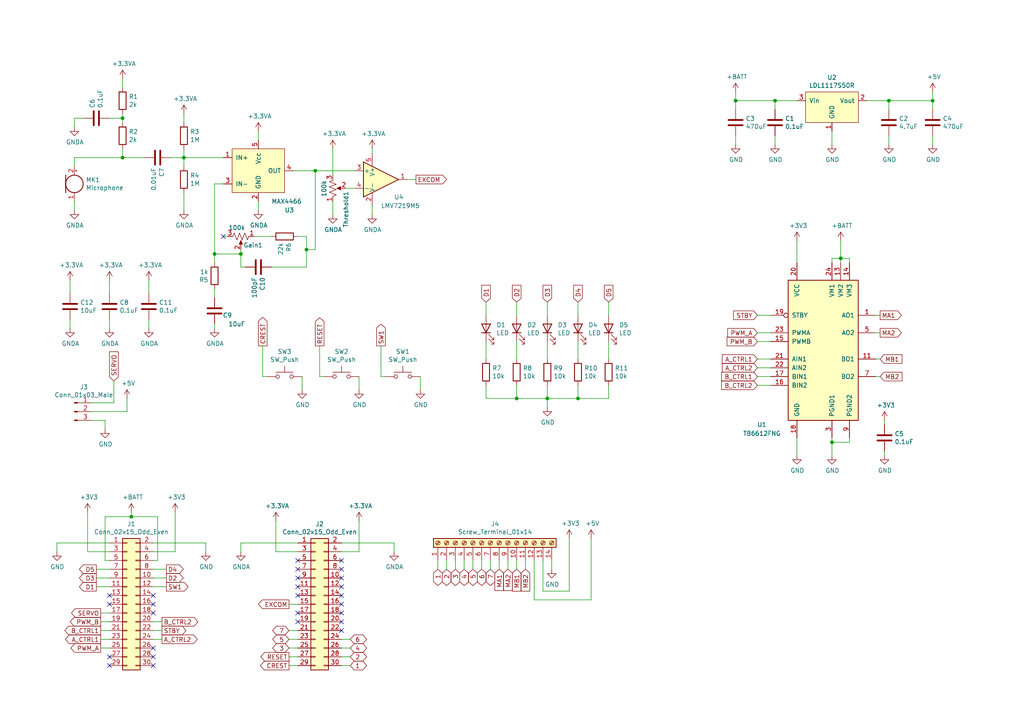
<source format=kicad_sch>
(kicad_sch (version 20231120) (generator "eeschema") (generator_version "8.0")
  (paper "A4")
  (lib_symbols
    (symbol "Comparator:LMV7219M5" (pin_names (offset 0.127))
      (property "Reference" "U" (at -1.27 6.35 0))
      (property "Value" "LMV7219M5" (at -1.27 3.81 0))
      (symbol "LMV7219M5_0_1"
        (pin power_in line (at -2.54 -7.62 90) (length 3.81) (name "V-") (number "2"))
        (pin power_in line (at -2.54 7.62 270) (length 3.81) (name "V+") (number "5"))
      )
      (symbol "LMV7219M5_1_1"
        (pin output line (at 7.62 0 180) (length 2.54) (name "~") (number "1"))
        (pin input line (at -7.62 2.54 0) (length 2.54) (name "+") (number "3"))
        (pin input line (at -7.62 -2.54 0) (length 2.54) (name "-") (number "4"))
      )
    )
    (symbol "Connector:Conn_01x03_Male" (pin_names (offset 1.016) hide)
      (property "Reference" "J" (at 0 5.08 0))
      (property "Value" "Conn_01x03_Male" (at 0 -5.08 0))
      (symbol "Conn_01x03_Male_1_1"
        (pin passive line (at 5.08 2.54 180) (length 3.81) (name "Pin_1") (number "1"))
        (pin passive line (at 5.08 0 180) (length 3.81) (name "Pin_2") (number "2"))
        (pin passive line (at 5.08 -2.54 180) (length 3.81) (name "Pin_3") (number "3"))
      )
    )
    (symbol "Connector:Screw_Terminal_01x14" (pin_names (offset 1.016) hide)
      (property "Reference" "J" (at 0 17.78 0))
      (property "Value" "Screw_Terminal_01x14" (at 0 -20.32 0))
      (symbol "Screw_Terminal_01x14_1_1"
        (pin passive line (at -5.08 15.24 0) (length 3.81) (name "Pin_1") (number "1"))
        (pin passive line (at -5.08 -7.62 0) (length 3.81) (name "Pin_10") (number "10"))
        (pin passive line (at -5.08 -10.16 0) (length 3.81) (name "Pin_11") (number "11"))
        (pin passive line (at -5.08 -12.7 0) (length 3.81) (name "Pin_12") (number "12"))
        (pin passive line (at -5.08 -15.24 0) (length 3.81) (name "Pin_13") (number "13"))
        (pin passive line (at -5.08 -17.78 0) (length 3.81) (name "Pin_14") (number "14"))
        (pin passive line (at -5.08 12.7 0) (length 3.81) (name "Pin_2") (number "2"))
        (pin passive line (at -5.08 10.16 0) (length 3.81) (name "Pin_3") (number "3"))
        (pin passive line (at -5.08 7.62 0) (length 3.81) (name "Pin_4") (number "4"))
        (pin passive line (at -5.08 5.08 0) (length 3.81) (name "Pin_5") (number "5"))
        (pin passive line (at -5.08 2.54 0) (length 3.81) (name "Pin_6") (number "6"))
        (pin passive line (at -5.08 0 0) (length 3.81) (name "Pin_7") (number "7"))
        (pin passive line (at -5.08 -2.54 0) (length 3.81) (name "Pin_8") (number "8"))
        (pin passive line (at -5.08 -5.08 0) (length 3.81) (name "Pin_9") (number "9"))
      )
    )
    (symbol "Connector_Generic:Conn_02x15_Odd_Even" (pin_names (offset 1.016) hide)
      (property "Reference" "J" (at 1.27 20.32 0))
      (property "Value" "Conn_02x15_Odd_Even" (at 1.27 -20.32 0))
      (symbol "Conn_02x15_Odd_Even_1_1"
        (pin passive line (at -5.08 17.78 0) (length 3.81) (name "Pin_1") (number "1"))
        (pin passive line (at 7.62 7.62 180) (length 3.81) (name "Pin_10") (number "10"))
        (pin passive line (at -5.08 5.08 0) (length 3.81) (name "Pin_11") (number "11"))
        (pin passive line (at 7.62 5.08 180) (length 3.81) (name "Pin_12") (number "12"))
        (pin passive line (at -5.08 2.54 0) (length 3.81) (name "Pin_13") (number "13"))
        (pin passive line (at 7.62 2.54 180) (length 3.81) (name "Pin_14") (number "14"))
        (pin passive line (at -5.08 0 0) (length 3.81) (name "Pin_15") (number "15"))
        (pin passive line (at 7.62 0 180) (length 3.81) (name "Pin_16") (number "16"))
        (pin passive line (at -5.08 -2.54 0) (length 3.81) (name "Pin_17") (number "17"))
        (pin passive line (at 7.62 -2.54 180) (length 3.81) (name "Pin_18") (number "18"))
        (pin passive line (at -5.08 -5.08 0) (length 3.81) (name "Pin_19") (number "19"))
        (pin passive line (at 7.62 17.78 180) (length 3.81) (name "Pin_2") (number "2"))
        (pin passive line (at 7.62 -5.08 180) (length 3.81) (name "Pin_20") (number "20"))
        (pin passive line (at -5.08 -7.62 0) (length 3.81) (name "Pin_21") (number "21"))
        (pin passive line (at 7.62 -7.62 180) (length 3.81) (name "Pin_22") (number "22"))
        (pin passive line (at -5.08 -10.16 0) (length 3.81) (name "Pin_23") (number "23"))
        (pin passive line (at 7.62 -10.16 180) (length 3.81) (name "Pin_24") (number "24"))
        (pin passive line (at -5.08 -12.7 0) (length 3.81) (name "Pin_25") (number "25"))
        (pin passive line (at 7.62 -12.7 180) (length 3.81) (name "Pin_26") (number "26"))
        (pin passive line (at -5.08 -15.24 0) (length 3.81) (name "Pin_27") (number "27"))
        (pin passive line (at 7.62 -15.24 180) (length 3.81) (name "Pin_28") (number "28"))
        (pin passive line (at -5.08 -17.78 0) (length 3.81) (name "Pin_29") (number "29"))
        (pin passive line (at -5.08 15.24 0) (length 3.81) (name "Pin_3") (number "3"))
        (pin passive line (at 7.62 -17.78 180) (length 3.81) (name "Pin_30") (number "30"))
        (pin passive line (at 7.62 15.24 180) (length 3.81) (name "Pin_4") (number "4"))
        (pin passive line (at -5.08 12.7 0) (length 3.81) (name "Pin_5") (number "5"))
        (pin passive line (at 7.62 12.7 180) (length 3.81) (name "Pin_6") (number "6"))
        (pin passive line (at -5.08 10.16 0) (length 3.81) (name "Pin_7") (number "7"))
        (pin passive line (at 7.62 10.16 180) (length 3.81) (name "Pin_8") (number "8"))
        (pin passive line (at -5.08 7.62 0) (length 3.81) (name "Pin_9") (number "9"))
      )
    )
    (symbol "Device:C" (pin_numbers hide) (pin_names (offset 0.254))
      (property "Reference" "C" (at 0.635 2.54 0))
      (property "Value" "C" (at 0.635 -2.54 0))
      (symbol "C_1_1"
        (pin passive line (at 0 3.81 270) (length 2.794) (name "~") (number "1"))
        (pin passive line (at 0 -3.81 90) (length 2.794) (name "~") (number "2"))
      )
    )
    (symbol "Device:LED" (pin_numbers hide) (pin_names (offset 1.016) hide)
      (property "Reference" "D" (at 0 2.54 0))
      (property "Value" "LED" (at 0 -2.54 0))
      (symbol "LED_1_1"
        (pin passive line (at -3.81 0 0) (length 2.54) (name "K") (number "1"))
        (pin passive line (at 3.81 0 180) (length 2.54) (name "A") (number "2"))
      )
    )
    (symbol "Device:Microphone" (pin_names (offset 0.0254) hide)
      (property "Reference" "MK" (at -3.81 1.27 0))
      (property "Value" "Microphone" (at -3.81 -0.635 0))
      (symbol "Microphone_1_1"
        (pin passive line (at 0 -5.08 90) (length 2.54) (name "-") (number "1"))
        (pin passive line (at 0 5.08 270) (length 2.54) (name "+") (number "2"))
      )
    )
    (symbol "Device:R" (pin_numbers hide) (pin_names (offset 0))
      (property "Reference" "R" (at 2.032 0 90))
      (property "Value" "R" (at 0 0 90))
      (symbol "R_1_1"
        (pin passive line (at 0 3.81 270) (length 1.27) (name "~") (number "1"))
        (pin passive line (at 0 -3.81 90) (length 1.27) (name "~") (number "2"))
      )
    )
    (symbol "Device:R_Potentiometer_US" (pin_names (offset 1.016) hide)
      (property "Reference" "RV" (at -4.445 0 90))
      (property "Value" "R_Potentiometer_US" (at -2.54 0 90))
      (symbol "R_Potentiometer_US_1_1"
        (pin passive line (at 0 3.81 270) (length 1.27) (name "1") (number "1"))
        (pin passive line (at 3.81 0 180) (length 1.27) (name "2") (number "2"))
        (pin passive line (at 0 -3.81 90) (length 1.27) (name "3") (number "3"))
      )
    )
    (symbol "Driver_Motor:TB6612FNG" (pin_names (offset 1.016))
      (property "Reference" "U" (at 11.43 17.78 0))
      (property "Value" "TB6612FNG" (at 11.43 15.24 0))
      (symbol "TB6612FNG_1_1"
        (pin output line (at 15.24 10.16 180) (length 5.08) (name "AO1") (number "1"))
        (pin passive line (at 7.62 -25.4 90) (length 5.08) hide (name "PGND2") (number "10"))
        (pin output line (at 15.24 -2.54 180) (length 5.08) (name "BO1") (number "11"))
        (pin passive line (at 15.24 -2.54 180) (length 5.08) hide (name "BO1") (number "12"))
        (pin power_in line (at 5.08 25.4 270) (length 5.08) (name "VM2") (number "13"))
        (pin power_in line (at 7.62 25.4 270) (length 5.08) (name "VM3") (number "14"))
        (pin input line (at -15.24 2.54 0) (length 5.08) (name "PWMB") (number "15"))
        (pin input line (at -15.24 -10.16 0) (length 5.08) (name "BIN2") (number "16"))
        (pin input line (at -15.24 -7.62 0) (length 5.08) (name "BIN1") (number "17"))
        (pin power_in line (at -7.62 -25.4 90) (length 5.08) (name "GND") (number "18"))
        (pin input inverted (at -15.24 10.16 0) (length 5.08) (name "STBY") (number "19"))
        (pin passive line (at 15.24 10.16 180) (length 5.08) hide (name "AO1") (number "2"))
        (pin power_in line (at -7.62 25.4 270) (length 5.08) (name "VCC") (number "20"))
        (pin input line (at -15.24 -2.54 0) (length 5.08) (name "AIN1") (number "21"))
        (pin input line (at -15.24 -5.08 0) (length 5.08) (name "AIN2") (number "22"))
        (pin input line (at -15.24 5.08 0) (length 5.08) (name "PWMA") (number "23"))
        (pin power_in line (at 2.54 25.4 270) (length 5.08) (name "VM1") (number "24"))
        (pin power_in line (at 2.54 -25.4 90) (length 5.08) (name "PGND1") (number "3"))
        (pin passive line (at 2.54 -25.4 90) (length 5.08) hide (name "PGND1") (number "4"))
        (pin output line (at 15.24 5.08 180) (length 5.08) (name "AO2") (number "5"))
        (pin passive line (at 15.24 5.08 180) (length 5.08) hide (name "AO2") (number "6"))
        (pin output line (at 15.24 -7.62 180) (length 5.08) (name "BO2") (number "7"))
        (pin passive line (at 15.24 -7.62 180) (length 5.08) hide (name "BO2") (number "8"))
        (pin power_in line (at 7.62 -25.4 90) (length 5.08) (name "PGND2") (number "9"))
      )
    )
    (symbol "Switch:SW_Push" (pin_numbers hide) (pin_names (offset 1.016) hide)
      (property "Reference" "SW" (at 1.27 2.54 0))
      (property "Value" "SW_Push" (at 0 -1.524 0))
      (symbol "SW_Push_0_1"
        (pin passive line (at -5.08 0 0) (length 2.54) (name "1") (number "1"))
        (pin passive line (at 5.08 0 180) (length 2.54) (name "2") (number "2"))
      )
    )
    (symbol "daughter:LDL1117S50R" (pin_names (offset 1.016))
      (property "Reference" "U" (at 0 7.62 0))
      (property "Value" "LDL1117S50R" (at 0 5.08 0))
      (symbol "LDL1117S50R_1_1"
        (pin power_in line (at 0 -8.89 90) (length 2.54) (name "GND") (number "1"))
        (pin power_out line (at 10.16 0 180) (length 2.54) (name "Vout") (number "2"))
        (pin power_in line (at -10.16 0 0) (length 2.54) (name "Vin") (number "3"))
      )
    )
    (symbol "daughter:MAX4466" (pin_names (offset 1.016))
      (property "Reference" "U" (at 6.35 -11.43 0))
      (property "Value" "MAX4466" (at 6.35 -8.89 0))
      (symbol "MAX4466_1_1"
        (pin input line (at -10.16 3.81 0) (length 2.54) (name "IN+") (number "1"))
        (pin power_in line (at 0 -8.89 90) (length 2.54) (name "GND") (number "2"))
        (pin input line (at -10.16 -3.81 0) (length 2.54) (name "IN-") (number "3"))
        (pin output line (at 10.16 0 180) (length 2.54) (name "OUT") (number "4"))
        (pin power_in line (at 0 8.89 270) (length 2.54) (name "Vcc") (number "5"))
      )
    )
    (symbol "power:+3.3V" (power) (pin_names (offset 0))
      (property "Value" "+3.3V" (at 0 3.556 0))
      (symbol "+3.3V_1_1"
        (pin power_in line (at 0 0 90) (length 0) hide (name "+3V3") (number "1"))
      )
    )
    (symbol "power:+3.3VA" (power) (pin_names (offset 0))
      (property "Value" "+3.3VA" (at 0 3.556 0))
      (symbol "+3.3VA_1_1"
        (pin power_in line (at 0 0 90) (length 0) hide (name "+3.3VA") (number "1"))
      )
    )
    (symbol "power:+5V" (power) (pin_names (offset 0))
      (property "Value" "+5V" (at 0 3.556 0))
      (symbol "+5V_1_1"
        (pin power_in line (at 0 0 90) (length 0) hide (name "+5V") (number "1"))
      )
    )
    (symbol "power:+BATT" (power) (pin_names (offset 0))
      (property "Value" "+BATT" (at 0 3.556 0))
      (symbol "+BATT_1_1"
        (pin power_in line (at 0 0 90) (length 0) hide (name "+BATT") (number "1"))
      )
    )
    (symbol "power:GND" (power) (pin_names (offset 0))
      (property "Value" "GND" (at 0 -3.81 0))
      (symbol "GND_1_1"
        (pin power_in line (at 0 0 270) (length 0) hide (name "GND") (number "1"))
      )
    )
    (symbol "power:GNDA" (power) (pin_names (offset 0))
      (property "Value" "GNDA" (at 0 -3.81 0))
      (symbol "GNDA_1_1"
        (pin power_in line (at 0 0 270) (length 0) hide (name "GNDA") (number "1"))
      )
    )
  )
  (junction (at 241.3 128.27))
  (junction (at 167.64 115.57))
  (junction (at 243.84 74.93))
  (junction (at 158.75 115.57))
  (junction (at 224.79 29.21))
  (junction (at 38.1 149.86))
  (junction (at 91.44 49.53))
  (junction (at 88.9 72.39))
  (junction (at 53.34 45.72))
  (junction (at 62.23 73.66))
  (junction (at 35.56 34.29))
  (junction (at 270.51 29.21))
  (junction (at 35.56 45.72))
  (junction (at 213.36 29.21))
  (junction (at 257.81 29.21))
  (junction (at 149.86 115.57))
  (junction (at 69.85 73.66))
  (no_connect (at 44.45 193.04))
  (no_connect (at 31.75 193.04))
  (no_connect (at 31.75 190.5))
  (no_connect (at 31.75 175.26))
  (no_connect (at 31.75 172.72))
  (no_connect (at 64.77 68.58))
  (no_connect (at 44.45 190.5))
  (no_connect (at 44.45 177.8))
  (no_connect (at 44.45 187.96))
  (no_connect (at 44.45 172.72))
  (no_connect (at 44.45 175.26))
  (no_connect (at 86.36 172.72))
  (no_connect (at 86.36 170.18))
  (no_connect (at 86.36 177.8))
  (no_connect (at 86.36 180.34))
  (no_connect (at 99.06 162.56))
  (no_connect (at 86.36 162.56))
  (no_connect (at 86.36 165.1))
  (no_connect (at 86.36 167.64))
  (no_connect (at 99.06 182.88))
  (no_connect (at 99.06 180.34))
  (no_connect (at 99.06 177.8))
  (no_connect (at 99.06 175.26))
  (no_connect (at 99.06 172.72))
  (no_connect (at 99.06 170.18))
  (no_connect (at 99.06 167.64))
  (no_connect (at 99.06 165.1))
  (wire (pts (xy 73.66 68.58) (xy 78.74 68.58)))
  (wire (pts (xy 25.4 160.02) (xy 31.75 160.02)))
  (wire (pts (xy 87.63 109.22) (xy 87.63 113.03)))
  (wire (pts (xy 171.45 173.99) (xy 154.94 173.99)))
  (wire (pts (xy 53.34 48.26) (xy 53.34 45.72)))
  (wire (pts (xy 29.21 182.88) (xy 31.75 182.88)))
  (wire (pts (xy 50.8 160.02) (xy 50.8 148.59)))
  (wire (pts (xy 88.9 77.47) (xy 78.74 77.47)))
  (wire (pts (xy 62.23 73.66) (xy 62.23 53.34)))
  (wire (pts (xy 219.71 106.68) (xy 223.52 106.68)))
  (wire (pts (xy 241.3 128.27) (xy 246.38 128.27)))
  (wire (pts (xy 62.23 53.34) (xy 64.77 53.34)))
  (wire (pts (xy 31.75 95.25) (xy 31.75 92.71)))
  (wire (pts (xy 256.54 130.81) (xy 256.54 132.08)))
  (wire (pts (xy 243.84 76.2) (xy 243.84 74.93)))
  (wire (pts (xy 91.44 72.39) (xy 88.9 72.39)))
  (wire (pts (xy 74.93 58.42) (xy 74.93 60.96)))
  (wire (pts (xy 107.95 59.69) (xy 107.95 62.23)))
  (wire (pts (xy 270.51 29.21) (xy 270.51 31.75)))
  (wire (pts (xy 80.01 151.13) (xy 80.01 160.02)))
  (wire (pts (xy 246.38 74.93) (xy 246.38 76.2)))
  (wire (pts (xy 69.85 157.48) (xy 69.85 160.02)))
  (wire (pts (xy 83.82 182.88) (xy 86.36 182.88)))
  (wire (pts (xy 69.85 73.66) (xy 62.23 73.66)))
  (wire (pts (xy 83.82 193.04) (xy 86.36 193.04)))
  (wire (pts (xy 149.86 165.1) (xy 149.86 162.56)))
  (wire (pts (xy 62.23 83.82) (xy 62.23 86.36)))
  (wire (pts (xy 144.78 165.1) (xy 144.78 162.56)))
  (wire (pts (xy 76.2 109.22) (xy 77.47 109.22)))
  (wire (pts (xy 149.86 99.06) (xy 149.86 104.14)))
  (wire (pts (xy 96.52 58.42) (xy 96.52 62.23)))
  (wire (pts (xy 46.99 182.88) (xy 44.45 182.88)))
  (wire (pts (xy 86.36 68.58) (xy 88.9 68.58)))
  (wire (pts (xy 158.75 111.76) (xy 158.75 115.57)))
  (wire (pts (xy 158.75 115.57) (xy 167.64 115.57)))
  (wire (pts (xy 101.6 185.42) (xy 99.06 185.42)))
  (wire (pts (xy 48.26 165.1) (xy 44.45 165.1)))
  (wire (pts (xy 110.49 109.22) (xy 111.76 109.22)))
  (wire (pts (xy 147.32 165.1) (xy 147.32 162.56)))
  (wire (pts (xy 139.7 165.1) (xy 139.7 162.56)))
  (wire (pts (xy 48.26 170.18) (xy 44.45 170.18)))
  (wire (pts (xy 107.95 43.18) (xy 107.95 44.45)))
  (wire (pts (xy 29.21 187.96) (xy 31.75 187.96)))
  (wire (pts (xy 83.82 190.5) (xy 86.36 190.5)))
  (wire (pts (xy 38.1 149.86) (xy 45.72 149.86)))
  (wire (pts (xy 33.02 116.84) (xy 26.67 116.84)))
  (wire (pts (xy 241.3 76.2) (xy 241.3 74.93)))
  (wire (pts (xy 255.27 96.52) (xy 254 96.52)))
  (wire (pts (xy 86.36 157.48) (xy 69.85 157.48)))
  (wire (pts (xy 255.27 104.14) (xy 254 104.14)))
  (wire (pts (xy 213.36 26.67) (xy 213.36 29.21)))
  (wire (pts (xy 243.84 69.85) (xy 243.84 74.93)))
  (wire (pts (xy 36.83 119.38) (xy 36.83 115.57)))
  (wire (pts (xy 26.67 119.38) (xy 36.83 119.38)))
  (wire (pts (xy 29.21 185.42) (xy 31.75 185.42)))
  (wire (pts (xy 157.48 171.45) (xy 157.48 162.56)))
  (wire (pts (xy 21.59 36.83) (xy 21.59 34.29)))
  (wire (pts (xy 231.14 69.85) (xy 231.14 76.2)))
  (wire (pts (xy 165.1 171.45) (xy 157.48 171.45)))
  (wire (pts (xy 142.24 165.1) (xy 142.24 162.56)))
  (wire (pts (xy 64.77 45.72) (xy 53.34 45.72)))
  (wire (pts (xy 30.48 149.86) (xy 38.1 149.86)))
  (wire (pts (xy 171.45 156.21) (xy 171.45 173.99)))
  (wire (pts (xy 27.94 167.64) (xy 31.75 167.64)))
  (wire (pts (xy 100.33 54.61) (xy 102.87 54.61)))
  (wire (pts (xy 176.53 87.63) (xy 176.53 91.44)))
  (wire (pts (xy 20.32 95.25) (xy 20.32 92.71)))
  (wire (pts (xy 91.44 49.53) (xy 102.87 49.53)))
  (wire (pts (xy 43.18 95.25) (xy 43.18 92.71)))
  (wire (pts (xy 35.56 45.72) (xy 35.56 43.18)))
  (wire (pts (xy 96.52 50.8) (xy 96.52 43.18)))
  (wire (pts (xy 213.36 31.75) (xy 213.36 29.21)))
  (wire (pts (xy 21.59 34.29) (xy 24.13 34.29)))
  (wire (pts (xy 241.3 41.91) (xy 241.3 38.1)))
  (wire (pts (xy 85.09 49.53) (xy 91.44 49.53)))
  (wire (pts (xy 21.59 45.72) (xy 21.59 48.26)))
  (wire (pts (xy 46.99 180.34) (xy 44.45 180.34)))
  (wire (pts (xy 167.64 115.57) (xy 176.53 115.57)))
  (wire (pts (xy 53.34 60.96) (xy 53.34 55.88)))
  (wire (pts (xy 48.26 167.64) (xy 44.45 167.64)))
  (wire (pts (xy 83.82 175.26) (xy 86.36 175.26)))
  (wire (pts (xy 69.85 77.47) (xy 69.85 73.66)))
  (wire (pts (xy 101.6 187.96) (xy 99.06 187.96)))
  (wire (pts (xy 149.86 87.63) (xy 149.86 91.44)))
  (wire (pts (xy 270.51 26.67) (xy 270.51 29.21)))
  (wire (pts (xy 29.21 180.34) (xy 31.75 180.34)))
  (wire (pts (xy 165.1 156.21) (xy 165.1 171.45)))
  (wire (pts (xy 149.86 111.76) (xy 149.86 115.57)))
  (wire (pts (xy 83.82 185.42) (xy 86.36 185.42)))
  (wire (pts (xy 255.27 91.44) (xy 254 91.44)))
  (wire (pts (xy 219.71 99.06) (xy 223.52 99.06)))
  (wire (pts (xy 99.06 157.48) (xy 114.3 157.48)))
  (wire (pts (xy 30.48 162.56) (xy 30.48 149.86)))
  (wire (pts (xy 158.75 99.06) (xy 158.75 104.14)))
  (wire (pts (xy 101.6 193.04) (xy 99.06 193.04)))
  (wire (pts (xy 41.91 45.72) (xy 35.56 45.72)))
  (wire (pts (xy 27.94 165.1) (xy 31.75 165.1)))
  (wire (pts (xy 88.9 72.39) (xy 88.9 77.47)))
  (wire (pts (xy 44.45 160.02) (xy 50.8 160.02)))
  (wire (pts (xy 35.56 35.56) (xy 35.56 34.29)))
  (wire (pts (xy 53.34 33.02) (xy 53.34 35.56)))
  (wire (pts (xy 140.97 115.57) (xy 149.86 115.57)))
  (wire (pts (xy 92.71 100.33) (xy 92.71 109.22)))
  (wire (pts (xy 257.81 41.91) (xy 257.81 39.37)))
  (wire (pts (xy 31.75 34.29) (xy 35.56 34.29)))
  (wire (pts (xy 140.97 87.63) (xy 140.97 91.44)))
  (wire (pts (xy 20.32 81.28) (xy 20.32 85.09)))
  (wire (pts (xy 213.36 29.21) (xy 224.79 29.21)))
  (wire (pts (xy 91.44 49.53) (xy 91.44 72.39)))
  (wire (pts (xy 27.94 170.18) (xy 31.75 170.18)))
  (wire (pts (xy 243.84 74.93) (xy 246.38 74.93)))
  (wire (pts (xy 53.34 45.72) (xy 53.34 43.18)))
  (wire (pts (xy 246.38 128.27) (xy 246.38 127)))
  (wire (pts (xy 158.75 87.63) (xy 158.75 91.44)))
  (wire (pts (xy 167.64 111.76) (xy 167.64 115.57)))
  (wire (pts (xy 167.64 99.06) (xy 167.64 104.14)))
  (wire (pts (xy 241.3 74.93) (xy 243.84 74.93)))
  (wire (pts (xy 38.1 148.59) (xy 38.1 149.86)))
  (wire (pts (xy 158.75 118.11) (xy 158.75 115.57)))
  (wire (pts (xy 152.4 165.1) (xy 152.4 162.56)))
  (wire (pts (xy 16.51 157.48) (xy 16.51 160.02)))
  (wire (pts (xy 219.71 111.76) (xy 223.52 111.76)))
  (wire (pts (xy 154.94 173.99) (xy 154.94 162.56)))
  (wire (pts (xy 69.85 72.39) (xy 69.85 73.66)))
  (wire (pts (xy 80.01 160.02) (xy 86.36 160.02)))
  (wire (pts (xy 35.56 34.29) (xy 35.56 33.02)))
  (wire (pts (xy 45.72 162.56) (xy 44.45 162.56)))
  (wire (pts (xy 29.21 177.8) (xy 31.75 177.8)))
  (wire (pts (xy 137.16 165.1) (xy 137.16 162.56)))
  (wire (pts (xy 140.97 111.76) (xy 140.97 115.57)))
  (wire (pts (xy 219.71 109.22) (xy 223.52 109.22)))
  (wire (pts (xy 83.82 187.96) (xy 86.36 187.96)))
  (wire (pts (xy 46.99 185.42) (xy 44.45 185.42)))
  (wire (pts (xy 33.02 110.49) (xy 33.02 116.84)))
  (wire (pts (xy 270.51 39.37) (xy 270.51 41.91)))
  (wire (pts (xy 149.86 115.57) (xy 158.75 115.57)))
  (wire (pts (xy 251.46 29.21) (xy 257.81 29.21)))
  (wire (pts (xy 224.79 29.21) (xy 231.14 29.21)))
  (wire (pts (xy 21.59 60.96) (xy 21.59 58.42)))
  (wire (pts (xy 224.79 41.91) (xy 224.79 39.37)))
  (wire (pts (xy 219.71 96.52) (xy 223.52 96.52)))
  (wire (pts (xy 127 162.56) (xy 127 165.1)))
  (wire (pts (xy 35.56 22.86) (xy 35.56 25.4)))
  (wire (pts (xy 241.3 132.08) (xy 241.3 128.27)))
  (wire (pts (xy 167.64 87.63) (xy 167.64 91.44)))
  (wire (pts (xy 104.14 109.22) (xy 104.14 113.03)))
  (wire (pts (xy 257.81 29.21) (xy 270.51 29.21)))
  (wire (pts (xy 76.2 100.33) (xy 76.2 109.22)))
  (wire (pts (xy 44.45 157.48) (xy 59.69 157.48)))
  (wire (pts (xy 114.3 157.48) (xy 114.3 160.02)))
  (wire (pts (xy 219.71 104.14) (xy 223.52 104.14)))
  (wire (pts (xy 88.9 68.58) (xy 88.9 72.39)))
  (wire (pts (xy 256.54 121.92) (xy 256.54 123.19)))
  (wire (pts (xy 176.53 99.06) (xy 176.53 104.14)))
  (wire (pts (xy 31.75 81.28) (xy 31.75 85.09)))
  (wire (pts (xy 129.54 165.1) (xy 129.54 162.56)))
  (wire (pts (xy 49.53 45.72) (xy 53.34 45.72)))
  (wire (pts (xy 134.62 165.1) (xy 134.62 162.56)))
  (wire (pts (xy 26.67 121.92) (xy 30.48 121.92)))
  (wire (pts (xy 120.65 52.07) (xy 118.11 52.07)))
  (wire (pts (xy 219.71 91.44) (xy 223.52 91.44)))
  (wire (pts (xy 43.18 81.28) (xy 43.18 85.09)))
  (wire (pts (xy 231.14 132.08) (xy 231.14 127)))
  (wire (pts (xy 104.14 160.02) (xy 104.14 151.13)))
  (wire (pts (xy 176.53 111.76) (xy 176.53 115.57)))
  (wire (pts (xy 30.48 121.92) (xy 30.48 124.46)))
  (wire (pts (xy 257.81 29.21) (xy 257.81 31.75)))
  (wire (pts (xy 74.93 38.1) (xy 74.93 40.64)))
  (wire (pts (xy 62.23 73.66) (xy 62.23 76.2)))
  (wire (pts (xy 132.08 165.1) (xy 132.08 162.56)))
  (wire (pts (xy 16.51 157.48) (xy 31.75 157.48)))
  (wire (pts (xy 71.12 77.47) (xy 69.85 77.47)))
  (wire (pts (xy 224.79 31.75) (xy 224.79 29.21)))
  (wire (pts (xy 64.77 68.58) (xy 66.04 68.58)))
  (wire (pts (xy 25.4 148.59) (xy 25.4 160.02)))
  (wire (pts (xy 241.3 128.27) (xy 241.3 127)))
  (wire (pts (xy 59.69 157.48) (xy 59.69 160.02)))
  (wire (pts (xy 160.02 162.56) (xy 160.02 165.1)))
  (wire (pts (xy 99.06 160.02) (xy 104.14 160.02)))
  (wire (pts (xy 62.23 93.98) (xy 62.23 95.25)))
  (wire (pts (xy 213.36 39.37) (xy 213.36 41.91)))
  (wire (pts (xy 92.71 109.22) (xy 93.98 109.22)))
  (wire (pts (xy 140.97 99.06) (xy 140.97 104.14)))
  (wire (pts (xy 101.6 190.5) (xy 99.06 190.5)))
  (wire (pts (xy 255.27 109.22) (xy 254 109.22)))
  (wire (pts (xy 35.56 45.72) (xy 21.59 45.72)))
  (wire (pts (xy 31.75 162.56) (xy 30.48 162.56)))
  (wire (pts (xy 110.49 100.33) (xy 110.49 109.22)))
  (wire (pts (xy 121.92 109.22) (xy 121.92 113.03)))
  (wire (pts (xy 45.72 149.86) (xy 45.72 162.56)))
  (global_label "A_CTRL2" (shape input) (at 219.71 106.68 180) (property "Intersheetrefs" "${INTERSHEET_REFS}" (effects (hide yes))))
  (global_label "MB1" (shape input) (at 255.27 104.14 0) (property "Intersheetrefs" "${INTERSHEET_REFS}" (effects (hide yes))))
  (global_label "SW1" (shape output) (at 110.49 100.33 90) (property "Intersheetrefs" "${INTERSHEET_REFS}" (effects (hide yes))))
  (global_label "A_CTRL1" (shape input) (at 219.71 104.14 180) (property "Intersheetrefs" "${INTERSHEET_REFS}" (effects (hide yes))))
  (global_label "D5" (shape output) (at 27.94 165.1 180) (property "Intersheetrefs" "${INTERSHEET_REFS}" (effects (hide yes))))
  (global_label "A_CTRL2" (shape output) (at 46.99 185.42 0) (property "Intersheetrefs" "${INTERSHEET_REFS}" (effects (hide yes))))
  (global_label "PWM_B" (shape output) (at 29.21 180.34 180) (property "Intersheetrefs" "${INTERSHEET_REFS}" (effects (hide yes))))
  (global_label "CREST" (shape output) (at 83.82 193.04 180) (property "Intersheetrefs" "${INTERSHEET_REFS}" (effects (hide yes))))
  (global_label "PWM_A" (shape output) (at 29.21 187.96 180) (property "Intersheetrefs" "${INTERSHEET_REFS}" (effects (hide yes))))
  (global_label "B_CTRL2" (shape output) (at 46.99 180.34 0) (property "Intersheetrefs" "${INTERSHEET_REFS}" (effects (hide yes))))
  (global_label "7" (shape bidirectional) (at 83.82 182.88 180) (property "Intersheetrefs" "${INTERSHEET_REFS}" (effects (hide yes))))
  (global_label "PWM_A" (shape input) (at 219.71 96.52 180) (property "Intersheetrefs" "${INTERSHEET_REFS}" (effects (hide yes))))
  (global_label "A_CTRL1" (shape output) (at 29.21 185.42 180) (property "Intersheetrefs" "${INTERSHEET_REFS}" (effects (hide yes))))
  (global_label "SERVO" (shape output) (at 29.21 177.8 180) (property "Intersheetrefs" "${INTERSHEET_REFS}" (effects (hide yes))))
  (global_label "MB2" (shape input) (at 152.4 165.1 270) (property "Intersheetrefs" "${INTERSHEET_REFS}" (effects (hide yes))))
  (global_label "D3" (shape input) (at 158.75 87.63 90) (property "Intersheetrefs" "${INTERSHEET_REFS}" (effects (hide yes))))
  (global_label "B_CTRL1" (shape input) (at 219.71 109.22 180) (property "Intersheetrefs" "${INTERSHEET_REFS}" (effects (hide yes))))
  (global_label "D3" (shape output) (at 27.94 167.64 180) (property "Intersheetrefs" "${INTERSHEET_REFS}" (effects (hide yes))))
  (global_label "MA1" (shape output) (at 255.27 91.44 0) (property "Intersheetrefs" "${INTERSHEET_REFS}" (effects (hide yes))))
  (global_label "6" (shape bidirectional) (at 101.6 185.42 0) (property "Intersheetrefs" "${INTERSHEET_REFS}" (effects (hide yes))))
  (global_label "4" (shape bidirectional) (at 101.6 187.96 0) (property "Intersheetrefs" "${INTERSHEET_REFS}" (effects (hide yes))))
  (global_label "4" (shape bidirectional) (at 134.62 165.1 270) (property "Intersheetrefs" "${INTERSHEET_REFS}" (effects (hide yes))))
  (global_label "D2" (shape input) (at 149.86 87.63 90) (property "Intersheetrefs" "${INTERSHEET_REFS}" (effects (hide yes))))
  (global_label "STBY" (shape input) (at 219.71 91.44 180) (property "Intersheetrefs" "${INTERSHEET_REFS}" (effects (hide yes))))
  (global_label "1" (shape bidirectional) (at 127 165.1 270) (property "Intersheetrefs" "${INTERSHEET_REFS}" (effects (hide yes))))
  (global_label "D2" (shape output) (at 48.26 167.64 0) (property "Intersheetrefs" "${INTERSHEET_REFS}" (effects (hide yes))))
  (global_label "PWM_B" (shape input) (at 219.71 99.06 180) (property "Intersheetrefs" "${INTERSHEET_REFS}" (effects (hide yes))))
  (global_label "D5" (shape input) (at 176.53 87.63 90) (property "Intersheetrefs" "${INTERSHEET_REFS}" (effects (hide yes))))
  (global_label "2" (shape bidirectional) (at 101.6 190.5 0) (property "Intersheetrefs" "${INTERSHEET_REFS}" (effects (hide yes))))
  (global_label "EXCOM" (shape output) (at 120.65 52.07 0) (property "Intersheetrefs" "${INTERSHEET_REFS}" (effects (hide yes))))
  (global_label "MB2" (shape input) (at 255.27 109.22 0) (property "Intersheetrefs" "${INTERSHEET_REFS}" (effects (hide yes))))
  (global_label "MA2" (shape output) (at 255.27 96.52 0) (property "Intersheetrefs" "${INTERSHEET_REFS}" (effects (hide yes))))
  (global_label "MA2" (shape input) (at 147.32 165.1 270) (property "Intersheetrefs" "${INTERSHEET_REFS}" (effects (hide yes))))
  (global_label "D4" (shape input) (at 167.64 87.63 90) (property "Intersheetrefs" "${INTERSHEET_REFS}" (effects (hide yes))))
  (global_label "STBY" (shape output) (at 46.99 182.88 0) (property "Intersheetrefs" "${INTERSHEET_REFS}" (effects (hide yes))))
  (global_label "RESET" (shape output) (at 92.71 100.33 90) (property "Intersheetrefs" "${INTERSHEET_REFS}" (effects (hide yes))))
  (global_label "RESET" (shape output) (at 83.82 190.5 180) (property "Intersheetrefs" "${INTERSHEET_REFS}" (effects (hide yes))))
  (global_label "6" (shape bidirectional) (at 139.7 165.1 270) (property "Intersheetrefs" "${INTERSHEET_REFS}" (effects (hide yes))))
  (global_label "D4" (shape output) (at 48.26 165.1 0) (property "Intersheetrefs" "${INTERSHEET_REFS}" (effects (hide yes))))
  (global_label "7" (shape bidirectional) (at 142.24 165.1 270) (property "Intersheetrefs" "${INTERSHEET_REFS}" (effects (hide yes))))
  (global_label "5" (shape bidirectional) (at 83.82 185.42 180) (property "Intersheetrefs" "${INTERSHEET_REFS}" (effects (hide yes))))
  (global_label "EXCOM" (shape output) (at 83.82 175.26 180) (property "Intersheetrefs" "${INTERSHEET_REFS}" (effects (hide yes))))
  (global_label "B_CTRL2" (shape input) (at 219.71 111.76 180) (property "Intersheetrefs" "${INTERSHEET_REFS}" (effects (hide yes))))
  (global_label "5" (shape bidirectional) (at 137.16 165.1 270) (property "Intersheetrefs" "${INTERSHEET_REFS}" (effects (hide yes))))
  (global_label "SW1" (shape output) (at 48.26 170.18 0) (property "Intersheetrefs" "${INTERSHEET_REFS}" (effects (hide yes))))
  (global_label "D1" (shape output) (at 27.94 170.18 180) (property "Intersheetrefs" "${INTERSHEET_REFS}" (effects (hide yes))))
  (global_label "D1" (shape input) (at 140.97 87.63 90) (property "Intersheetrefs" "${INTERSHEET_REFS}" (effects (hide yes))))
  (global_label "1" (shape bidirectional) (at 101.6 193.04 0) (property "Intersheetrefs" "${INTERSHEET_REFS}" (effects (hide yes))))
  (global_label "SERVO" (shape input) (at 33.02 110.49 90) (property "Intersheetrefs" "${INTERSHEET_REFS}" (effects (hide yes))))
  (global_label "MA1" (shape input) (at 144.78 165.1 270) (property "Intersheetrefs" "${INTERSHEET_REFS}" (effects (hide yes))))
  (global_label "3" (shape bidirectional) (at 132.08 165.1 270) (property "Intersheetrefs" "${INTERSHEET_REFS}" (effects (hide yes))))
  (global_label "B_CTRL1" (shape output) (at 29.21 182.88 180) (property "Intersheetrefs" "${INTERSHEET_REFS}" (effects (hide yes))))
  (global_label "3" (shape bidirectional) (at 83.82 187.96 180) (property "Intersheetrefs" "${INTERSHEET_REFS}" (effects (hide yes))))
  (global_label "2" (shape bidirectional) (at 129.54 165.1 270) (property "Intersheetrefs" "${INTERSHEET_REFS}" (effects (hide yes))))
  (global_label "MB1" (shape input) (at 149.86 165.1 270) (property "Intersheetrefs" "${INTERSHEET_REFS}" (effects (hide yes))))
  (global_label "CREST" (shape output) (at 76.2 100.33 90) (property "Intersheetrefs" "${INTERSHEET_REFS}" (effects (hide yes))))
  (symbol (lib_id "Driver_Motor:TB6612FNG") (at 238.76 101.6 0) (unit 1)
    (property "Reference" "U1" (at 220.98 123.19 0))
    (property "Value" "TB6612FNG" (at 220.98 125.73 0))
    (property "Footprint" "Package_SO:SSOP-24_5.3x8.2mm_P0.65mm" (effects (hide yes)))
    (property "Datasheet" "https://toshiba.semicon-storage.com/us/product/linear/motordriver/detail.TB6612FNG.html" (effects (hide yes)))
  )
  (symbol (lib_id "power:GND") (at 231.14 132.08 0) (unit 1)
    (property "Reference" "#PWR0101" (effects (hide yes)))
    (property "Value" "GND" (at 231.267 136.4742 0))
  )
  (symbol (lib_id "power:GND") (at 241.3 132.08 0) (unit 1)
    (property "Reference" "#PWR0102" (effects (hide yes)))
    (property "Value" "GND" (at 241.427 136.4742 0))
  )
  (symbol (lib_id "power:+BATT") (at 243.84 69.85 0) (unit 1)
    (property "Reference" "#PWR0103" (effects (hide yes)))
    (property "Value" "+BATT" (at 244.221 65.4558 0))
  )
  (symbol (lib_id "power:+3.3V") (at 231.14 69.85 0) (unit 1)
    (property "Reference" "#PWR0104" (effects (hide yes)))
    (property "Value" "+3V3" (at 231.521 65.4558 0))
  )
  (symbol (lib_id "Connector_Generic:Conn_02x15_Odd_Even") (at 36.83 175.26 0) (unit 1)
    (property "Reference" "J1" (at 38.1 151.9682 0))
    (property "Value" "Conn_02x15_Odd_Even" (at 38.1 154.2796 0))
    (property "Footprint" "Connector_PinHeader_2.54mm:PinHeader_2x15_P2.54mm_Vertical" (effects (hide yes)))
  )
  (symbol (lib_id "Connector_Generic:Conn_02x15_Odd_Even") (at 91.44 175.26 0) (unit 1)
    (property "Reference" "J2" (at 92.71 151.9682 0))
    (property "Value" "Conn_02x15_Odd_Even" (at 92.71 154.2796 0))
    (property "Footprint" "Connector_PinHeader_2.54mm:PinHeader_2x15_P2.54mm_Vertical" (effects (hide yes)))
  )
  (symbol (lib_id "power:GND") (at 16.51 160.02 0) (unit 1)
    (property "Reference" "#PWR0105" (effects (hide yes)))
    (property "Value" "GND" (at 16.637 164.4142 0))
  )
  (symbol (lib_id "power:GND") (at 59.69 160.02 0) (unit 1)
    (property "Reference" "#PWR0106" (effects (hide yes)))
    (property "Value" "GND" (at 59.817 164.4142 0))
  )
  (symbol (lib_id "power:+3.3V") (at 25.4 148.59 0) (unit 1)
    (property "Reference" "#PWR0107" (effects (hide yes)))
    (property "Value" "+3V3" (at 25.781 144.1958 0))
  )
  (symbol (lib_id "power:+3.3V") (at 50.8 148.59 0) (unit 1)
    (property "Reference" "#PWR0108" (effects (hide yes)))
    (property "Value" "+3V3" (at 51.181 144.1958 0))
  )
  (symbol (lib_id "power:+BATT") (at 38.1 148.59 0) (unit 1)
    (property "Reference" "#PWR0109" (effects (hide yes)))
    (property "Value" "+BATT" (at 38.481 144.1958 0))
  )
  (symbol (lib_id "Connector:Conn_01x03_Male") (at 21.59 119.38 0) (unit 1)
    (property "Reference" "J3" (at 24.3332 112.2426 0))
    (property "Value" "Conn_01x03_Male" (at 24.3332 114.554 0))
    (property "Footprint" "Connector_PinHeader_2.54mm:PinHeader_1x03_P2.54mm_Horizontal" (effects (hide yes)))
  )
  (symbol (lib_id "daughter:LDL1117S50R") (at 241.3 29.21 0) (unit 1)
    (property "Reference" "U2" (at 241.3 22.479 0))
    (property "Value" "LDL1117S50R" (at 241.3 24.7904 0))
    (property "Footprint" "Package_TO_SOT_SMD:SOT-223-3_TabPin2" (effects (hide yes)))
  )
  (symbol (lib_id "Device:C") (at 257.81 35.56 0) (unit 1)
    (property "Reference" "C2" (at 260.731 34.3916 0) (effects (justify left)))
    (property "Value" "4.7uF" (at 260.731 36.703 0) (effects (justify left)))
    (property "Footprint" "Capacitor_SMD:C_0603_1608Metric" (effects (hide yes)))
  )
  (symbol (lib_id "Device:C") (at 224.79 35.56 0) (unit 1)
    (property "Reference" "C1" (at 227.711 34.3916 0) (effects (justify left)))
    (property "Value" "0.1uF" (at 227.711 36.703 0) (effects (justify left)))
    (property "Footprint" "Capacitor_SMD:C_0603_1608Metric" (effects (hide yes)))
  )
  (symbol (lib_id "daughter:MAX4466") (at 74.93 49.53 0) (unit 1)
    (property "Reference" "U3" (at 82.55 60.96 0) (effects (justify left)))
    (property "Value" "MAX4466" (at 78.74 58.42 0) (effects (justify left)))
    (property "Footprint" "Package_TO_SOT_SMD:SOT-23-5" (effects (hide yes)))
  )
  (symbol (lib_id "power:GND") (at 257.81 41.91 0) (unit 1)
    (property "Reference" "#PWR03" (effects (hide yes)))
    (property "Value" "GND" (at 257.937 46.3042 0))
  )
  (symbol (lib_id "power:GND") (at 241.3 41.91 0) (unit 1)
    (property "Reference" "#PWR02" (effects (hide yes)))
    (property "Value" "GND" (at 241.427 46.3042 0))
  )
  (symbol (lib_id "power:GND") (at 224.79 41.91 0) (unit 1)
    (property "Reference" "#PWR01" (effects (hide yes)))
    (property "Value" "GND" (at 224.917 46.3042 0))
  )
  (symbol (lib_id "Device:R") (at 53.34 39.37 0) (unit 1)
    (property "Reference" "R3" (at 55.118 38.2016 0) (effects (justify left)))
    (property "Value" "1M" (at 55.118 40.513 0) (effects (justify left)))
    (property "Footprint" "Resistor_SMD:R_0603_1608Metric" (effects (hide yes)))
  )
  (symbol (lib_id "Device:R") (at 53.34 52.07 0) (unit 1)
    (property "Reference" "R4" (at 55.118 50.9016 0) (effects (justify left)))
    (property "Value" "1M" (at 55.118 53.213 0) (effects (justify left)))
    (property "Footprint" "Resistor_SMD:R_0603_1608Metric" (effects (hide yes)))
  )
  (symbol (lib_id "Device:C") (at 74.93 77.47 270) (unit 1)
    (property "Reference" "C10" (at 76.0984 80.391 0) (effects (justify left)))
    (property "Value" "100pF" (at 73.787 80.391 0) (effects (justify left)))
    (property "Footprint" "Capacitor_SMD:C_0603_1608Metric" (effects (hide yes)))
  )
  (symbol (lib_id "power:GND") (at 30.48 124.46 0) (unit 1)
    (property "Reference" "#PWR0122" (effects (hide yes)))
    (property "Value" "GND" (at 30.607 128.8542 0))
  )
  (symbol (lib_id "Device:C") (at 45.72 45.72 270) (unit 1)
    (property "Reference" "C7" (at 46.8884 48.641 0) (effects (justify left)))
    (property "Value" "0.01uF" (at 44.577 48.641 0) (effects (justify left)))
    (property "Footprint" "Capacitor_SMD:C_0603_1608Metric" (effects (hide yes)))
  )
  (symbol (lib_id "Device:C") (at 213.36 35.56 0) (unit 1)
    (property "Reference" "C3" (at 216.281 34.3916 0) (effects (justify left)))
    (property "Value" "470uF" (at 216.281 36.703 0) (effects (justify left)))
    (property "Footprint" "Capacitor_SMD:CP_Elec_6.3x7.7" (effects (hide yes)))
  )
  (symbol (lib_id "power:GND") (at 213.36 41.91 0) (unit 1)
    (property "Reference" "#PWR0114" (effects (hide yes)))
    (property "Value" "GND" (at 213.487 46.3042 0))
  )
  (symbol (lib_id "power:+BATT") (at 213.36 26.67 0) (unit 1)
    (property "Reference" "#PWR0115" (effects (hide yes)))
    (property "Value" "+BATT" (at 213.741 22.2758 0))
  )
  (symbol (lib_id "power:+5V") (at 36.83 115.57 0) (unit 1)
    (property "Reference" "#PWR0123" (effects (hide yes)))
    (property "Value" "+5V" (at 37.211 111.1758 0))
  )
  (symbol (lib_id "Device:C") (at 270.51 35.56 0) (unit 1)
    (property "Reference" "C4" (at 273.431 34.3916 0) (effects (justify left)))
    (property "Value" "470uF" (at 273.431 36.703 0) (effects (justify left)))
    (property "Footprint" "Capacitor_SMD:CP_Elec_6.3x7.7" (effects (hide yes)))
  )
  (symbol (lib_id "Device:R") (at 35.56 39.37 0) (unit 1)
    (property "Reference" "R2" (at 37.338 38.2016 0) (effects (justify left)))
    (property "Value" "2k" (at 37.338 40.513 0) (effects (justify left)))
    (property "Footprint" "Resistor_SMD:R_0603_1608Metric" (effects (hide yes)))
  )
  (symbol (lib_id "power:GND") (at 270.51 41.91 0) (unit 1)
    (property "Reference" "#PWR0116" (effects (hide yes)))
    (property "Value" "GND" (at 270.637 46.3042 0))
  )
  (symbol (lib_id "power:+5V") (at 270.51 26.67 0) (unit 1)
    (property "Reference" "#PWR0124" (effects (hide yes)))
    (property "Value" "+5V" (at 270.891 22.2758 0))
  )
  (symbol (lib_id "Device:R") (at 35.56 29.21 0) (unit 1)
    (property "Reference" "R1" (at 37.338 28.0416 0) (effects (justify left)))
    (property "Value" "2k" (at 37.338 30.353 0) (effects (justify left)))
    (property "Footprint" "Resistor_SMD:R_0603_1608Metric" (effects (hide yes)))
  )
  (symbol (lib_id "Device:C") (at 256.54 127 0) (unit 1)
    (property "Reference" "C5" (at 259.461 125.8316 0) (effects (justify left)))
    (property "Value" "0.1uF" (at 259.461 128.143 0) (effects (justify left)))
    (property "Footprint" "Capacitor_SMD:C_0603_1608Metric" (effects (hide yes)))
  )
  (symbol (lib_id "power:+3.3V") (at 256.54 121.92 0) (unit 1)
    (property "Reference" "#PWR0117" (effects (hide yes)))
    (property "Value" "+3V3" (at 256.921 117.5258 0))
  )
  (symbol (lib_id "Device:C") (at 27.94 34.29 90) (unit 1)
    (property "Reference" "C6" (at 26.7716 31.369 0) (effects (justify left)))
    (property "Value" "0.1uF" (at 29.083 31.369 0) (effects (justify left)))
    (property "Footprint" "Capacitor_SMD:C_0603_1608Metric" (effects (hide yes)))
  )
  (symbol (lib_id "power:GND") (at 256.54 132.08 0) (unit 1)
    (property "Reference" "#PWR0118" (effects (hide yes)))
    (property "Value" "GND" (at 256.667 136.4742 0))
  )
  (symbol (lib_id "Device:R") (at 62.23 80.01 180) (unit 1)
    (property "Reference" "R5" (at 60.452 81.1784 0) (effects (justify left)))
    (property "Value" "1k" (at 60.452 78.867 0) (effects (justify left)))
    (property "Footprint" "Resistor_SMD:R_0603_1608Metric" (effects (hide yes)))
  )
  (symbol (lib_id "Device:C") (at 62.23 90.17 180) (unit 1)
    (property "Reference" "C9" (at 67.31 91.44 0) (effects (justify left)))
    (property "Value" "10uF" (at 71.12 93.98 0) (effects (justify left)))
    (property "Footprint" "Capacitor_SMD:C_0603_1608Metric" (effects (hide yes)))
  )
  (symbol (lib_id "Device:Microphone") (at 21.59 53.34 0) (unit 1)
    (property "Reference" "MK1" (at 24.892 52.1716 0) (effects (justify left)))
    (property "Value" "Microphone" (at 24.892 54.483 0) (effects (justify left)))
    (property "Footprint" "daughter:MIC_CMA-4544PF-W" (effects (hide yes)))
  )
  (symbol (lib_id "Device:C") (at 31.75 88.9 0) (unit 1)
    (property "Reference" "C8" (at 34.671 87.7316 0) (effects (justify left)))
    (property "Value" "0.1uF" (at 34.671 90.043 0) (effects (justify left)))
    (property "Footprint" "Capacitor_SMD:C_0603_1608Metric" (effects (hide yes)))
  )
  (symbol (lib_id "Connector:Screw_Terminal_01x14") (at 142.24 157.48 90) (unit 1)
    (property "Reference" "J4" (at 143.6116 151.9682 90))
    (property "Value" "Screw_Terminal_01x14" (at 143.6116 154.2796 90))
    (property "Footprint" "TerminalBlock_4Ucon:TerminalBlock_4Ucon_1x14_P3.50mm_Horizontal" (effects (hide yes)))
  )
  (symbol (lib_id "power:GND") (at 160.02 165.1 0) (unit 1)
    (property "Reference" "#PWR0125" (effects (hide yes)))
    (property "Value" "GND" (at 160.147 169.4942 0))
  )
  (symbol (lib_id "power:+3.3V") (at 165.1 156.21 0) (unit 1)
    (property "Reference" "#PWR0126" (effects (hide yes)))
    (property "Value" "+3V3" (at 165.481 151.8158 0))
  )
  (symbol (lib_id "Device:LED") (at 149.86 95.25 90) (unit 1)
    (property "Reference" "D2" (at 152.8572 94.2594 90) (effects (justify right)))
    (property "Value" "LED" (at 152.8572 96.5708 90) (effects (justify right)))
    (property "Footprint" "LED_SMD:LED_0603_1608Metric" (effects (hide yes)))
  )
  (symbol (lib_id "Device:LED") (at 158.75 95.25 90) (unit 1)
    (property "Reference" "D3" (at 161.7472 94.2594 90) (effects (justify right)))
    (property "Value" "LED" (at 161.7472 96.5708 90) (effects (justify right)))
    (property "Footprint" "LED_SMD:LED_0603_1608Metric" (effects (hide yes)))
  )
  (symbol (lib_id "Device:LED") (at 167.64 95.25 90) (unit 1)
    (property "Reference" "D4" (at 170.6372 94.2594 90) (effects (justify right)))
    (property "Value" "LED" (at 170.6372 96.5708 90) (effects (justify right)))
    (property "Footprint" "LED_SMD:LED_0603_1608Metric" (effects (hide yes)))
  )
  (symbol (lib_id "Device:LED") (at 176.53 95.25 90) (unit 1)
    (property "Reference" "D5" (at 179.5272 94.2594 90) (effects (justify right)))
    (property "Value" "LED" (at 179.5272 96.5708 90) (effects (justify right)))
    (property "Footprint" "LED_SMD:LED_0603_1608Metric" (effects (hide yes)))
  )
  (symbol (lib_id "Device:LED") (at 140.97 95.25 90) (unit 1)
    (property "Reference" "D1" (at 143.9672 94.2594 90) (effects (justify right)))
    (property "Value" "LED" (at 143.9672 96.5708 90) (effects (justify right)))
    (property "Footprint" "LED_SMD:LED_0603_1608Metric" (effects (hide yes)))
  )
  (symbol (lib_id "Device:R") (at 140.97 107.95 0) (unit 1)
    (property "Reference" "R7" (at 142.748 106.7816 0) (effects (justify left)))
    (property "Value" "10k" (at 142.748 109.093 0) (effects (justify left)))
    (property "Footprint" "Resistor_SMD:R_0603_1608Metric" (effects (hide yes)))
  )
  (symbol (lib_id "Device:R") (at 149.86 107.95 0) (unit 1)
    (property "Reference" "R8" (at 151.638 106.7816 0) (effects (justify left)))
    (property "Value" "10k" (at 151.638 109.093 0) (effects (justify left)))
    (property "Footprint" "Resistor_SMD:R_0603_1608Metric" (effects (hide yes)))
  )
  (symbol (lib_id "Device:R") (at 158.75 107.95 0) (unit 1)
    (property "Reference" "R9" (at 160.528 106.7816 0) (effects (justify left)))
    (property "Value" "10k" (at 160.528 109.093 0) (effects (justify left)))
    (property "Footprint" "Resistor_SMD:R_0603_1608Metric" (effects (hide yes)))
  )
  (symbol (lib_id "Device:R") (at 167.64 107.95 0) (unit 1)
    (property "Reference" "R10" (at 169.418 106.7816 0) (effects (justify left)))
    (property "Value" "10k" (at 169.418 109.093 0) (effects (justify left)))
    (property "Footprint" "Resistor_SMD:R_0603_1608Metric" (effects (hide yes)))
  )
  (symbol (lib_id "Device:R") (at 176.53 107.95 0) (unit 1)
    (property "Reference" "R11" (at 178.308 106.7816 0) (effects (justify left)))
    (property "Value" "10k" (at 178.308 109.093 0) (effects (justify left)))
    (property "Footprint" "Resistor_SMD:R_0603_1608Metric" (effects (hide yes)))
  )
  (symbol (lib_id "power:+5V") (at 171.45 156.21 0) (unit 1)
    (property "Reference" "#PWR0127" (effects (hide yes)))
    (property "Value" "+5V" (at 171.831 151.8158 0))
  )
  (symbol (lib_id "Switch:SW_Push") (at 82.55 109.22 0) (unit 1)
    (property "Reference" "SW3" (at 82.55 101.981 0))
    (property "Value" "SW_Push" (at 82.55 104.2924 0))
    (property "Footprint" "Button_Switch_THT:SW_PUSH_6mm" (effects (hide yes)))
  )
  (symbol (lib_id "Switch:SW_Push") (at 99.06 109.22 0) (unit 1)
    (property "Reference" "SW2" (at 99.06 101.981 0))
    (property "Value" "SW_Push" (at 99.06 104.2924 0))
    (property "Footprint" "Button_Switch_THT:SW_PUSH_6mm" (effects (hide yes)))
  )
  (symbol (lib_id "Switch:SW_Push") (at 116.84 109.22 0) (unit 1)
    (property "Reference" "SW1" (at 116.84 101.981 0))
    (property "Value" "SW_Push" (at 116.84 104.2924 0))
    (property "Footprint" "Button_Switch_THT:SW_PUSH_6mm" (effects (hide yes)))
  )
  (symbol (lib_id "Comparator:LMV7219M5") (at 110.49 52.07 0) (unit 1)
    (property "Reference" "U4" (at 114.3 57.15 0) (effects (justify left)))
    (property "Value" "LMV7219M5" (at 110.49 59.69 0) (effects (justify left)))
    (property "Footprint" "Package_TO_SOT_SMD:SOT-23-5" (effects (hide yes)))
    (property "Datasheet" "https://www.ti.com/lit/ds/symlink/lmv7219.pdf" (effects (hide yes)))
  )
  (symbol (lib_id "Device:C") (at 43.18 88.9 0) (unit 1)
    (property "Reference" "C11" (at 46.101 87.7316 0) (effects (justify left)))
    (property "Value" "0.1uF" (at 46.101 90.043 0) (effects (justify left)))
    (property "Footprint" "Capacitor_SMD:C_0603_1608Metric" (effects (hide yes)))
  )
  (symbol (lib_id "Device:R_Potentiometer_US") (at 96.52 54.61 0) (mirror x) (unit 1)
    (property "Reference" "Threshold1" (at 100.33 66.04 90) (effects (justify right)))
    (property "Value" "100k" (at 93.98 57.15 90) (effects (justify right)))
    (property "Footprint" "Potentiometer_SMD:Potentiometer_Bourns_3314J_Vertical" (effects (hide yes)))
  )
  (symbol (lib_id "Device:C") (at 20.32 88.9 0) (unit 1)
    (property "Reference" "C12" (at 23.241 87.7316 0) (effects (justify left)))
    (property "Value" "10uF" (at 23.241 90.043 0) (effects (justify left)))
    (property "Footprint" "Capacitor_SMD:C_0603_1608Metric" (effects (hide yes)))
  )
  (symbol (lib_id "Device:R_Potentiometer_US") (at 69.85 68.58 270) (unit 1)
    (property "Reference" "Gain1" (at 76.2 71.12 90) (effects (justify right)))
    (property "Value" "100k" (at 71.12 66.04 90) (effects (justify right)))
    (property "Footprint" "Potentiometer_SMD:Potentiometer_Bourns_3314J_Vertical" (effects (hide yes)))
  )
  (symbol (lib_id "Device:R") (at 82.55 68.58 270) (unit 1)
    (property "Reference" "R6" (at 83.7184 70.358 0) (effects (justify left)))
    (property "Value" "22k" (at 81.407 70.358 0) (effects (justify left)))
    (property "Footprint" "Resistor_SMD:R_0603_1608Metric" (effects (hide yes)))
  )
  (symbol (lib_id "power:GNDA") (at 21.59 60.96 0) (unit 1)
    (property "Reference" "#PWR0110" (effects (hide yes)))
    (property "Value" "GNDA" (at 21.717 65.3542 0))
  )
  (symbol (lib_id "power:GNDA") (at 53.34 60.96 0) (unit 1)
    (property "Reference" "#PWR0111" (effects (hide yes)))
    (property "Value" "GNDA" (at 53.467 65.3542 0))
  )
  (symbol (lib_id "power:GNDA") (at 74.93 60.96 0) (unit 1)
    (property "Reference" "#PWR0119" (effects (hide yes)))
    (property "Value" "GNDA" (at 75.057 65.3542 0))
  )
  (symbol (lib_id "power:GNDA") (at 96.52 62.23 0) (unit 1)
    (property "Reference" "#PWR0120" (effects (hide yes)))
    (property "Value" "GNDA" (at 96.647 66.6242 0))
  )
  (symbol (lib_id "power:GNDA") (at 107.95 62.23 0) (unit 1)
    (property "Reference" "#PWR0128" (effects (hide yes)))
    (property "Value" "GNDA" (at 108.077 66.6242 0))
  )
  (symbol (lib_id "power:GNDA") (at 21.59 36.83 0) (unit 1)
    (property "Reference" "#PWR0130" (effects (hide yes)))
    (property "Value" "GNDA" (at 21.717 41.2242 0))
  )
  (symbol (lib_id "power:GNDA") (at 62.23 95.25 0) (unit 1)
    (property "Reference" "#PWR0131" (effects (hide yes)))
    (property "Value" "GNDA" (at 62.357 99.6442 0))
  )
  (symbol (lib_id "power:GNDA") (at 20.32 95.25 0) (unit 1)
    (property "Reference" "#PWR0132" (effects (hide yes)))
    (property "Value" "GNDA" (at 20.447 99.6442 0))
  )
  (symbol (lib_id "power:GNDA") (at 31.75 95.25 0) (unit 1)
    (property "Reference" "#PWR0133" (effects (hide yes)))
    (property "Value" "GNDA" (at 31.877 99.6442 0))
  )
  (symbol (lib_id "power:GNDA") (at 43.18 95.25 0) (unit 1)
    (property "Reference" "#PWR0134" (effects (hide yes)))
    (property "Value" "GNDA" (at 43.307 99.6442 0))
  )
  (symbol (lib_id "power:GNDA") (at 114.3 160.02 0) (unit 1)
    (property "Reference" "#PWR0135" (effects (hide yes)))
    (property "Value" "GNDA" (at 114.427 164.4142 0))
  )
  (symbol (lib_id "power:GNDA") (at 69.85 160.02 0) (unit 1)
    (property "Reference" "#PWR0136" (effects (hide yes)))
    (property "Value" "GNDA" (at 69.977 164.4142 0))
  )
  (symbol (lib_id "power:+3.3VA") (at 80.01 151.13 0) (unit 1)
    (property "Reference" "#PWR0112" (effects (hide yes)))
    (property "Value" "+3.3VA" (at 80.391 146.7358 0))
  )
  (symbol (lib_id "power:+3.3VA") (at 104.14 151.13 0) (unit 1)
    (property "Reference" "#PWR0113" (effects (hide yes)))
    (property "Value" "+3.3VA" (at 104.521 146.7358 0))
  )
  (symbol (lib_id "power:+3.3VA") (at 35.56 22.86 0) (unit 1)
    (property "Reference" "#PWR0121" (effects (hide yes)))
    (property "Value" "+3.3VA" (at 35.941 18.4658 0))
  )
  (symbol (lib_id "power:+3.3VA") (at 53.34 33.02 0) (unit 1)
    (property "Reference" "#PWR0129" (effects (hide yes)))
    (property "Value" "+3.3VA" (at 53.721 28.6258 0))
  )
  (symbol (lib_id "power:+3.3VA") (at 74.93 38.1 0) (unit 1)
    (property "Reference" "#PWR0142" (effects (hide yes)))
    (property "Value" "+3.3VA" (at 75.311 33.7058 0))
  )
  (symbol (lib_id "power:+3.3VA") (at 96.52 43.18 0) (unit 1)
    (property "Reference" "#PWR0137" (effects (hide yes)))
    (property "Value" "+3.3VA" (at 96.901 38.7858 0))
  )
  (symbol (lib_id "power:+3.3VA") (at 107.95 43.18 0) (unit 1)
    (property "Reference" "#PWR0138" (effects (hide yes)))
    (property "Value" "+3.3VA" (at 108.331 38.7858 0))
  )
  (symbol (lib_id "power:+3.3VA") (at 43.18 81.28 0) (unit 1)
    (property "Reference" "#PWR0139" (effects (hide yes)))
    (property "Value" "+3.3VA" (at 43.561 76.8858 0))
  )
  (symbol (lib_id "power:+3.3VA") (at 31.75 81.28 0) (unit 1)
    (property "Reference" "#PWR0140" (effects (hide yes)))
    (property "Value" "+3.3VA" (at 32.131 76.8858 0))
  )
  (symbol (lib_id "power:+3.3VA") (at 20.32 81.28 0) (unit 1)
    (property "Reference" "#PWR0141" (effects (hide yes)))
    (property "Value" "+3.3VA" (at 20.701 76.8858 0))
  )
  (symbol (lib_id "power:GND") (at 87.63 113.03 0) (unit 1)
    (property "Reference" "#PWR0143" (effects (hide yes)))
    (property "Value" "GND" (at 87.757 117.4242 0))
  )
  (symbol (lib_id "power:GND") (at 104.14 113.03 0) (unit 1)
    (property "Reference" "#PWR0144" (effects (hide yes)))
    (property "Value" "GND" (at 104.267 117.4242 0))
  )
  (symbol (lib_id "power:GND") (at 121.92 113.03 0) (unit 1)
    (property "Reference" "#PWR0145" (effects (hide yes)))
    (property "Value" "GND" (at 122.047 117.4242 0))
  )
  (symbol (lib_id "power:GND") (at 158.75 118.11 0) (unit 1)
    (property "Reference" "#PWR0146" (effects (hide yes)))
    (property "Value" "GND" (at 158.877 122.5042 0))
  )
)
</source>
